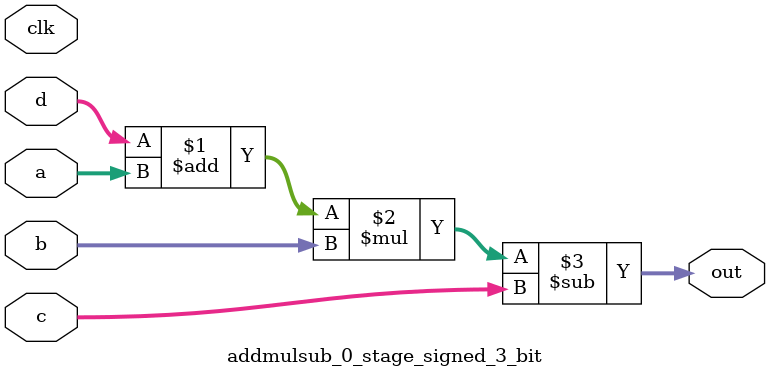
<source format=sv>
(* use_dsp = "yes" *) module addmulsub_0_stage_signed_3_bit(
	input signed [2:0] a,
	input signed [2:0] b,
	input signed [2:0] c,
	input signed [2:0] d,
	output [2:0] out,
	input clk);

	assign out = ((d + a) * b) - c;
endmodule

</source>
